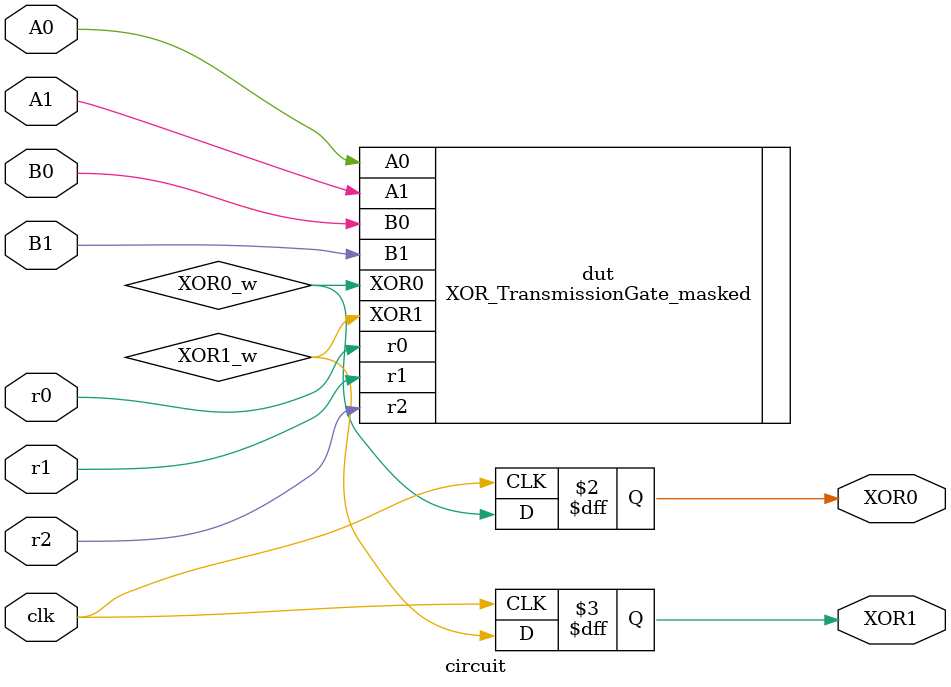
<source format=v>
module circuit (
    input wire clk,

    input wire A0,
    input wire A1,
    input wire B0,
    input wire B1,

    input wire r0,
    input wire r1,
    input wire r2,

    output reg XOR0,
    output reg XOR1
);

    wire XOR0_w;
    wire XOR1_w;

    XOR_TransmissionGate_masked dut (
        .A0(A0),
        .A1(A1),
        .B0(B0),
        .B1(B1),
        .r0(r0),
        .r1(r1),
        .r2(r2),
        .XOR0(XOR0_w),
        .XOR1(XOR1_w)
    );

    always @(posedge clk) begin
        XOR0 <= XOR0_w;
        XOR1 <= XOR1_w;
    end

endmodule

</source>
